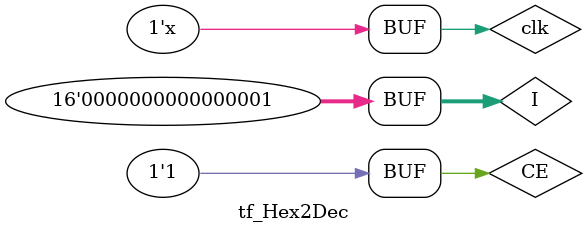
<source format=v>
`timescale 1ns / 1ps
module tf_Hex2Dec;

	// Inputs
	reg [15:0] I;
	reg clk;
	reg CE;
	wire [15:0] B;
	wire [3:0] TC; 
	wire [3:0] CEO;

	// Outputs
	wire [15:0] O;

	// Instantiate the Unit Under Test (UUT)
	Hex2Dec uut (
		.I(I), 
		.O(O), 
		.clk(clk), 
		.B(B), .TC(TC), .CEO(CEO),
		.CE(CE)
	);

	initial begin
		// Initialize Inputs
		I = 0;
		clk = 0;
		CE = 0;
	end
      
		
	initial begin
	#30 CE = 1;
	end
	
	initial begin
	#100 I = 16'h1;
	#100 I = 16'h2;
	#100 I = 16'h9;
	#100 I = 16'hA;
	#100 I = 16'h1A;
	#100 I = 16'hAA;
	#100 I = 16'hFF;
	#100 I = 16'h1;
	end
	
	always #10 clk = !clk; 
endmodule


</source>
